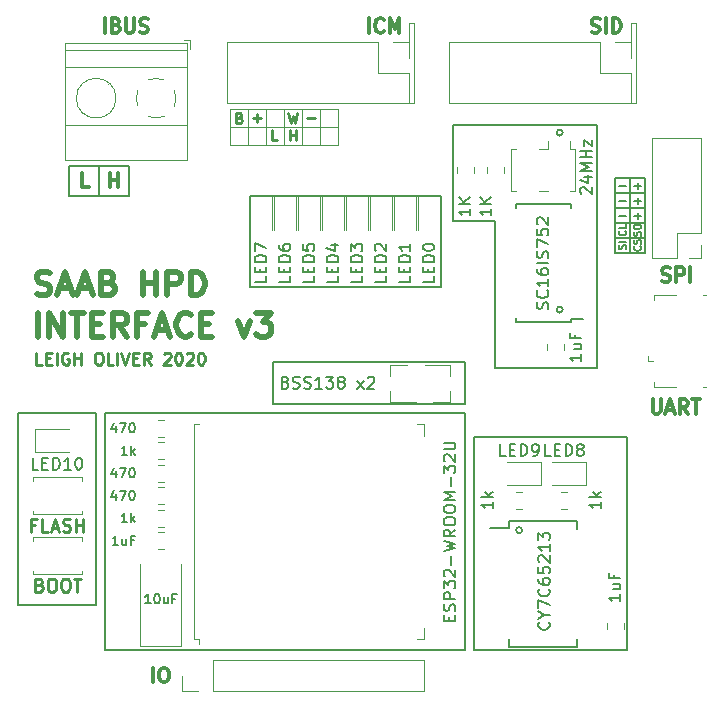
<source format=gbr>
G04 #@! TF.GenerationSoftware,KiCad,Pcbnew,5.1.5+dfsg1-2build2*
G04 #@! TF.CreationDate,2020-08-18T23:14:54+10:00*
G04 #@! TF.ProjectId,sid-board-v3,7369642d-626f-4617-9264-2d76332e6b69,rev?*
G04 #@! TF.SameCoordinates,Original*
G04 #@! TF.FileFunction,Legend,Top*
G04 #@! TF.FilePolarity,Positive*
%FSLAX46Y46*%
G04 Gerber Fmt 4.6, Leading zero omitted, Abs format (unit mm)*
G04 Created by KiCad (PCBNEW 5.1.5+dfsg1-2build2) date 2020-08-18 23:14:54*
%MOMM*%
%LPD*%
G04 APERTURE LIST*
%ADD10C,0.150000*%
%ADD11C,0.300000*%
%ADD12C,0.250000*%
%ADD13C,0.500000*%
%ADD14C,0.120000*%
%ADD15C,0.225000*%
%ADD16C,0.200000*%
%ADD17C,0.275000*%
G04 APERTURE END LIST*
D10*
X153162000Y-119380000D02*
X153162000Y-101346000D01*
X166116000Y-119380000D02*
X153162000Y-119380000D01*
X166116000Y-101346000D02*
X166116000Y-119380000D01*
X153162000Y-101346000D02*
X166116000Y-101346000D01*
X121158000Y-99314000D02*
X121158000Y-115570000D01*
X121920000Y-99314000D02*
X152400000Y-99314000D01*
X121920000Y-119380000D02*
X121920000Y-99314000D01*
X114554000Y-99314000D02*
X121158000Y-99314000D01*
X136144000Y-94996000D02*
X136398000Y-94996000D01*
X136144000Y-98552000D02*
X136144000Y-94996000D01*
X152400000Y-98552000D02*
X136144000Y-98552000D01*
X152400000Y-94996000D02*
X152400000Y-98552000D01*
X136398000Y-94996000D02*
X152400000Y-94996000D01*
X114554000Y-115570000D02*
X114554000Y-99314000D01*
X121158000Y-115570000D02*
X114554000Y-115570000D01*
X152400000Y-119380000D02*
X121920000Y-119380000D01*
X152400000Y-99314000D02*
X152400000Y-119380000D01*
X151384000Y-83058000D02*
X151384000Y-74930000D01*
X154940000Y-83058000D02*
X151384000Y-83058000D01*
X154940000Y-95504000D02*
X154940000Y-83058000D01*
X163576000Y-95504000D02*
X154940000Y-95504000D01*
X163576000Y-74930000D02*
X163576000Y-95504000D01*
X151384000Y-74930000D02*
X163576000Y-74930000D01*
X134168000Y-80944000D02*
X150368000Y-80944000D01*
X150368000Y-88646000D02*
X150368000Y-81026000D01*
X134168000Y-88646000D02*
X150368000Y-88646000D01*
X134168000Y-80944000D02*
X134168000Y-88646000D01*
D11*
X125990428Y-122081857D02*
X125990428Y-120881857D01*
X126790428Y-120881857D02*
X127019000Y-120881857D01*
X127133285Y-120939000D01*
X127247571Y-121053285D01*
X127304714Y-121281857D01*
X127304714Y-121681857D01*
X127247571Y-121910428D01*
X127133285Y-122024714D01*
X127019000Y-122081857D01*
X126790428Y-122081857D01*
X126676142Y-122024714D01*
X126561857Y-121910428D01*
X126504714Y-121681857D01*
X126504714Y-121281857D01*
X126561857Y-121053285D01*
X126676142Y-120939000D01*
X126790428Y-120881857D01*
D12*
X116573785Y-95194380D02*
X116097595Y-95194380D01*
X116097595Y-94194380D01*
X116907119Y-94670571D02*
X117240452Y-94670571D01*
X117383309Y-95194380D02*
X116907119Y-95194380D01*
X116907119Y-94194380D01*
X117383309Y-94194380D01*
X117811880Y-95194380D02*
X117811880Y-94194380D01*
X118811880Y-94242000D02*
X118716642Y-94194380D01*
X118573785Y-94194380D01*
X118430928Y-94242000D01*
X118335690Y-94337238D01*
X118288071Y-94432476D01*
X118240452Y-94622952D01*
X118240452Y-94765809D01*
X118288071Y-94956285D01*
X118335690Y-95051523D01*
X118430928Y-95146761D01*
X118573785Y-95194380D01*
X118669023Y-95194380D01*
X118811880Y-95146761D01*
X118859500Y-95099142D01*
X118859500Y-94765809D01*
X118669023Y-94765809D01*
X119288071Y-95194380D02*
X119288071Y-94194380D01*
X119288071Y-94670571D02*
X119859500Y-94670571D01*
X119859500Y-95194380D02*
X119859500Y-94194380D01*
X121288071Y-94194380D02*
X121478547Y-94194380D01*
X121573785Y-94242000D01*
X121669023Y-94337238D01*
X121716642Y-94527714D01*
X121716642Y-94861047D01*
X121669023Y-95051523D01*
X121573785Y-95146761D01*
X121478547Y-95194380D01*
X121288071Y-95194380D01*
X121192833Y-95146761D01*
X121097595Y-95051523D01*
X121049976Y-94861047D01*
X121049976Y-94527714D01*
X121097595Y-94337238D01*
X121192833Y-94242000D01*
X121288071Y-94194380D01*
X122621404Y-95194380D02*
X122145214Y-95194380D01*
X122145214Y-94194380D01*
X122954738Y-95194380D02*
X122954738Y-94194380D01*
X123288071Y-94194380D02*
X123621404Y-95194380D01*
X123954738Y-94194380D01*
X124288071Y-94670571D02*
X124621404Y-94670571D01*
X124764261Y-95194380D02*
X124288071Y-95194380D01*
X124288071Y-94194380D01*
X124764261Y-94194380D01*
X125764261Y-95194380D02*
X125430928Y-94718190D01*
X125192833Y-95194380D02*
X125192833Y-94194380D01*
X125573785Y-94194380D01*
X125669023Y-94242000D01*
X125716642Y-94289619D01*
X125764261Y-94384857D01*
X125764261Y-94527714D01*
X125716642Y-94622952D01*
X125669023Y-94670571D01*
X125573785Y-94718190D01*
X125192833Y-94718190D01*
X126907119Y-94289619D02*
X126954738Y-94242000D01*
X127049976Y-94194380D01*
X127288071Y-94194380D01*
X127383309Y-94242000D01*
X127430928Y-94289619D01*
X127478547Y-94384857D01*
X127478547Y-94480095D01*
X127430928Y-94622952D01*
X126859500Y-95194380D01*
X127478547Y-95194380D01*
X128097595Y-94194380D02*
X128192833Y-94194380D01*
X128288071Y-94242000D01*
X128335690Y-94289619D01*
X128383309Y-94384857D01*
X128430928Y-94575333D01*
X128430928Y-94813428D01*
X128383309Y-95003904D01*
X128335690Y-95099142D01*
X128288071Y-95146761D01*
X128192833Y-95194380D01*
X128097595Y-95194380D01*
X128002357Y-95146761D01*
X127954738Y-95099142D01*
X127907119Y-95003904D01*
X127859500Y-94813428D01*
X127859500Y-94575333D01*
X127907119Y-94384857D01*
X127954738Y-94289619D01*
X128002357Y-94242000D01*
X128097595Y-94194380D01*
X128811880Y-94289619D02*
X128859500Y-94242000D01*
X128954738Y-94194380D01*
X129192833Y-94194380D01*
X129288071Y-94242000D01*
X129335690Y-94289619D01*
X129383309Y-94384857D01*
X129383309Y-94480095D01*
X129335690Y-94622952D01*
X128764261Y-95194380D01*
X129383309Y-95194380D01*
X130002357Y-94194380D02*
X130097595Y-94194380D01*
X130192833Y-94242000D01*
X130240452Y-94289619D01*
X130288071Y-94384857D01*
X130335690Y-94575333D01*
X130335690Y-94813428D01*
X130288071Y-95003904D01*
X130240452Y-95099142D01*
X130192833Y-95146761D01*
X130097595Y-95194380D01*
X130002357Y-95194380D01*
X129907119Y-95146761D01*
X129859500Y-95099142D01*
X129811880Y-95003904D01*
X129764261Y-94813428D01*
X129764261Y-94575333D01*
X129811880Y-94384857D01*
X129859500Y-94289619D01*
X129907119Y-94242000D01*
X130002357Y-94194380D01*
D13*
X116148952Y-89229523D02*
X116434666Y-89324761D01*
X116910857Y-89324761D01*
X117101333Y-89229523D01*
X117196571Y-89134285D01*
X117291809Y-88943809D01*
X117291809Y-88753333D01*
X117196571Y-88562857D01*
X117101333Y-88467619D01*
X116910857Y-88372380D01*
X116529904Y-88277142D01*
X116339428Y-88181904D01*
X116244190Y-88086666D01*
X116148952Y-87896190D01*
X116148952Y-87705714D01*
X116244190Y-87515238D01*
X116339428Y-87420000D01*
X116529904Y-87324761D01*
X117006095Y-87324761D01*
X117291809Y-87420000D01*
X118053714Y-88753333D02*
X119006095Y-88753333D01*
X117863238Y-89324761D02*
X118529904Y-87324761D01*
X119196571Y-89324761D01*
X119768000Y-88753333D02*
X120720380Y-88753333D01*
X119577523Y-89324761D02*
X120244190Y-87324761D01*
X120910857Y-89324761D01*
X122244190Y-88277142D02*
X122529904Y-88372380D01*
X122625142Y-88467619D01*
X122720380Y-88658095D01*
X122720380Y-88943809D01*
X122625142Y-89134285D01*
X122529904Y-89229523D01*
X122339428Y-89324761D01*
X121577523Y-89324761D01*
X121577523Y-87324761D01*
X122244190Y-87324761D01*
X122434666Y-87420000D01*
X122529904Y-87515238D01*
X122625142Y-87705714D01*
X122625142Y-87896190D01*
X122529904Y-88086666D01*
X122434666Y-88181904D01*
X122244190Y-88277142D01*
X121577523Y-88277142D01*
X125101333Y-89324761D02*
X125101333Y-87324761D01*
X125101333Y-88277142D02*
X126244190Y-88277142D01*
X126244190Y-89324761D02*
X126244190Y-87324761D01*
X127196571Y-89324761D02*
X127196571Y-87324761D01*
X127958476Y-87324761D01*
X128148952Y-87420000D01*
X128244190Y-87515238D01*
X128339428Y-87705714D01*
X128339428Y-87991428D01*
X128244190Y-88181904D01*
X128148952Y-88277142D01*
X127958476Y-88372380D01*
X127196571Y-88372380D01*
X129196571Y-89324761D02*
X129196571Y-87324761D01*
X129672761Y-87324761D01*
X129958476Y-87420000D01*
X130148952Y-87610476D01*
X130244190Y-87800952D01*
X130339428Y-88181904D01*
X130339428Y-88467619D01*
X130244190Y-88848571D01*
X130148952Y-89039047D01*
X129958476Y-89229523D01*
X129672761Y-89324761D01*
X129196571Y-89324761D01*
X116244190Y-92824761D02*
X116244190Y-90824761D01*
X117196571Y-92824761D02*
X117196571Y-90824761D01*
X118339428Y-92824761D01*
X118339428Y-90824761D01*
X119006095Y-90824761D02*
X120148952Y-90824761D01*
X119577523Y-92824761D02*
X119577523Y-90824761D01*
X120815619Y-91777142D02*
X121482285Y-91777142D01*
X121768000Y-92824761D02*
X120815619Y-92824761D01*
X120815619Y-90824761D01*
X121768000Y-90824761D01*
X123768000Y-92824761D02*
X123101333Y-91872380D01*
X122625142Y-92824761D02*
X122625142Y-90824761D01*
X123387047Y-90824761D01*
X123577523Y-90920000D01*
X123672761Y-91015238D01*
X123768000Y-91205714D01*
X123768000Y-91491428D01*
X123672761Y-91681904D01*
X123577523Y-91777142D01*
X123387047Y-91872380D01*
X122625142Y-91872380D01*
X125291809Y-91777142D02*
X124625142Y-91777142D01*
X124625142Y-92824761D02*
X124625142Y-90824761D01*
X125577523Y-90824761D01*
X126244190Y-92253333D02*
X127196571Y-92253333D01*
X126053714Y-92824761D02*
X126720380Y-90824761D01*
X127387047Y-92824761D01*
X129196571Y-92634285D02*
X129101333Y-92729523D01*
X128815619Y-92824761D01*
X128625142Y-92824761D01*
X128339428Y-92729523D01*
X128148952Y-92539047D01*
X128053714Y-92348571D01*
X127958476Y-91967619D01*
X127958476Y-91681904D01*
X128053714Y-91300952D01*
X128148952Y-91110476D01*
X128339428Y-90920000D01*
X128625142Y-90824761D01*
X128815619Y-90824761D01*
X129101333Y-90920000D01*
X129196571Y-91015238D01*
X130053714Y-91777142D02*
X130720380Y-91777142D01*
X131006095Y-92824761D02*
X130053714Y-92824761D01*
X130053714Y-90824761D01*
X131006095Y-90824761D01*
X133196571Y-91491428D02*
X133672761Y-92824761D01*
X134148952Y-91491428D01*
X134720380Y-90824761D02*
X135958476Y-90824761D01*
X135291809Y-91586666D01*
X135577523Y-91586666D01*
X135768000Y-91681904D01*
X135863238Y-91777142D01*
X135958476Y-91967619D01*
X135958476Y-92443809D01*
X135863238Y-92634285D01*
X135768000Y-92729523D01*
X135577523Y-92824761D01*
X135006095Y-92824761D01*
X134815619Y-92729523D01*
X134720380Y-92634285D01*
D11*
X122339142Y-80171857D02*
X122339142Y-78971857D01*
X122339142Y-79543285D02*
X123024857Y-79543285D01*
X123024857Y-80171857D02*
X123024857Y-78971857D01*
X120513428Y-80171857D02*
X119942000Y-80171857D01*
X119942000Y-78971857D01*
D10*
X123952000Y-80899000D02*
X121412000Y-80899000D01*
X123952000Y-78359000D02*
X123952000Y-80899000D01*
X121412000Y-78359000D02*
X123952000Y-78359000D01*
X121412000Y-78359000D02*
X118872000Y-78359000D01*
X121412000Y-80899000D02*
X121412000Y-78359000D01*
X118872000Y-80899000D02*
X121412000Y-80899000D01*
X118872000Y-78359000D02*
X118872000Y-80899000D01*
X167219285Y-85190000D02*
X167247857Y-85218571D01*
X167276428Y-85304285D01*
X167276428Y-85361428D01*
X167247857Y-85447142D01*
X167190714Y-85504285D01*
X167133571Y-85532857D01*
X167019285Y-85561428D01*
X166933571Y-85561428D01*
X166819285Y-85532857D01*
X166762142Y-85504285D01*
X166705000Y-85447142D01*
X166676428Y-85361428D01*
X166676428Y-85304285D01*
X166705000Y-85218571D01*
X166733571Y-85190000D01*
X167247857Y-84961428D02*
X167276428Y-84875714D01*
X167276428Y-84732857D01*
X167247857Y-84675714D01*
X167219285Y-84647142D01*
X167162142Y-84618571D01*
X167105000Y-84618571D01*
X167047857Y-84647142D01*
X167019285Y-84675714D01*
X166990714Y-84732857D01*
X166962142Y-84847142D01*
X166933571Y-84904285D01*
X166905000Y-84932857D01*
X166847857Y-84961428D01*
X166790714Y-84961428D01*
X166733571Y-84932857D01*
X166705000Y-84904285D01*
X166676428Y-84847142D01*
X166676428Y-84704285D01*
X166705000Y-84618571D01*
X165977857Y-85404285D02*
X166006428Y-85318571D01*
X166006428Y-85175714D01*
X165977857Y-85118571D01*
X165949285Y-85090000D01*
X165892142Y-85061428D01*
X165835000Y-85061428D01*
X165777857Y-85090000D01*
X165749285Y-85118571D01*
X165720714Y-85175714D01*
X165692142Y-85290000D01*
X165663571Y-85347142D01*
X165635000Y-85375714D01*
X165577857Y-85404285D01*
X165520714Y-85404285D01*
X165463571Y-85375714D01*
X165435000Y-85347142D01*
X165406428Y-85290000D01*
X165406428Y-85147142D01*
X165435000Y-85061428D01*
X166006428Y-84804285D02*
X165406428Y-84804285D01*
X165949285Y-83877142D02*
X165977857Y-83905714D01*
X166006428Y-83991428D01*
X166006428Y-84048571D01*
X165977857Y-84134285D01*
X165920714Y-84191428D01*
X165863571Y-84220000D01*
X165749285Y-84248571D01*
X165663571Y-84248571D01*
X165549285Y-84220000D01*
X165492142Y-84191428D01*
X165435000Y-84134285D01*
X165406428Y-84048571D01*
X165406428Y-83991428D01*
X165435000Y-83905714D01*
X165463571Y-83877142D01*
X166006428Y-83334285D02*
X166006428Y-83620000D01*
X165406428Y-83620000D01*
X167247857Y-84277142D02*
X167276428Y-84191428D01*
X167276428Y-84048571D01*
X167247857Y-83991428D01*
X167219285Y-83962857D01*
X167162142Y-83934285D01*
X167105000Y-83934285D01*
X167047857Y-83962857D01*
X167019285Y-83991428D01*
X166990714Y-84048571D01*
X166962142Y-84162857D01*
X166933571Y-84220000D01*
X166905000Y-84248571D01*
X166847857Y-84277142D01*
X166790714Y-84277142D01*
X166733571Y-84248571D01*
X166705000Y-84220000D01*
X166676428Y-84162857D01*
X166676428Y-84020000D01*
X166705000Y-83934285D01*
X166676428Y-83562857D02*
X166676428Y-83505714D01*
X166705000Y-83448571D01*
X166733571Y-83420000D01*
X166790714Y-83391428D01*
X166905000Y-83362857D01*
X167047857Y-83362857D01*
X167162142Y-83391428D01*
X167219285Y-83420000D01*
X167247857Y-83448571D01*
X167276428Y-83505714D01*
X167276428Y-83562857D01*
X167247857Y-83620000D01*
X167219285Y-83648571D01*
X167162142Y-83677142D01*
X167047857Y-83705714D01*
X166905000Y-83705714D01*
X166790714Y-83677142D01*
X166733571Y-83648571D01*
X166705000Y-83620000D01*
X166676428Y-83562857D01*
X166738333Y-80060000D02*
X167271666Y-80060000D01*
X167005000Y-80326666D02*
X167005000Y-79793333D01*
X166738333Y-81330000D02*
X167271666Y-81330000D01*
X167005000Y-81596666D02*
X167005000Y-81063333D01*
X166738333Y-82600000D02*
X167271666Y-82600000D01*
X167005000Y-82866666D02*
X167005000Y-82333333D01*
X165468333Y-82600000D02*
X166001666Y-82600000D01*
X165468333Y-81330000D02*
X166001666Y-81330000D01*
X165468333Y-80060000D02*
X166001666Y-80060000D01*
X165100000Y-79375000D02*
X166370000Y-79375000D01*
X165100000Y-80645000D02*
X165100000Y-79375000D01*
X167640000Y-79375000D02*
X167640000Y-80645000D01*
X166370000Y-79375000D02*
X167640000Y-79375000D01*
X166370000Y-80645000D02*
X166370000Y-79375000D01*
X167640000Y-80645000D02*
X166370000Y-80645000D01*
X167640000Y-81915000D02*
X167640000Y-80645000D01*
X166370000Y-80645000D02*
X166370000Y-81915000D01*
X165100000Y-80645000D02*
X166370000Y-80645000D01*
X165100000Y-81915000D02*
X165100000Y-80645000D01*
X167640000Y-81915000D02*
X166370000Y-81915000D01*
X167640000Y-83185000D02*
X167640000Y-81915000D01*
X166370000Y-81915000D02*
X166370000Y-83185000D01*
X165100000Y-81915000D02*
X166370000Y-81915000D01*
X165100000Y-83185000D02*
X165100000Y-81915000D01*
X167640000Y-83185000D02*
X166370000Y-83185000D01*
X167640000Y-84455000D02*
X167640000Y-83185000D01*
X166370000Y-83185000D02*
X166370000Y-84455000D01*
X165100000Y-83185000D02*
X166370000Y-83185000D01*
X165100000Y-84455000D02*
X165100000Y-83185000D01*
X167640000Y-84455000D02*
X167640000Y-85725000D01*
X166370000Y-84455000D02*
X167640000Y-84455000D01*
X166370000Y-84455000D02*
X166370000Y-85725000D01*
X165100000Y-84455000D02*
X166370000Y-84455000D01*
X165100000Y-85725000D02*
X165100000Y-84455000D01*
X167640000Y-85725000D02*
X165100000Y-85725000D01*
D11*
X163109428Y-67033714D02*
X163280857Y-67090857D01*
X163566571Y-67090857D01*
X163680857Y-67033714D01*
X163738000Y-66976571D01*
X163795142Y-66862285D01*
X163795142Y-66748000D01*
X163738000Y-66633714D01*
X163680857Y-66576571D01*
X163566571Y-66519428D01*
X163338000Y-66462285D01*
X163223714Y-66405142D01*
X163166571Y-66348000D01*
X163109428Y-66233714D01*
X163109428Y-66119428D01*
X163166571Y-66005142D01*
X163223714Y-65948000D01*
X163338000Y-65890857D01*
X163623714Y-65890857D01*
X163795142Y-65948000D01*
X164309428Y-67090857D02*
X164309428Y-65890857D01*
X164880857Y-67090857D02*
X164880857Y-65890857D01*
X165166571Y-65890857D01*
X165338000Y-65948000D01*
X165452285Y-66062285D01*
X165509428Y-66176571D01*
X165566571Y-66405142D01*
X165566571Y-66576571D01*
X165509428Y-66805142D01*
X165452285Y-66919428D01*
X165338000Y-67033714D01*
X165166571Y-67090857D01*
X164880857Y-67090857D01*
X144256285Y-67090857D02*
X144256285Y-65890857D01*
X145513428Y-66976571D02*
X145456285Y-67033714D01*
X145284857Y-67090857D01*
X145170571Y-67090857D01*
X144999142Y-67033714D01*
X144884857Y-66919428D01*
X144827714Y-66805142D01*
X144770571Y-66576571D01*
X144770571Y-66405142D01*
X144827714Y-66176571D01*
X144884857Y-66062285D01*
X144999142Y-65948000D01*
X145170571Y-65890857D01*
X145284857Y-65890857D01*
X145456285Y-65948000D01*
X145513428Y-66005142D01*
X146027714Y-67090857D02*
X146027714Y-65890857D01*
X146427714Y-66748000D01*
X146827714Y-65890857D01*
X146827714Y-67090857D01*
X121898000Y-67090857D02*
X121898000Y-65890857D01*
X122869428Y-66462285D02*
X123040857Y-66519428D01*
X123098000Y-66576571D01*
X123155142Y-66690857D01*
X123155142Y-66862285D01*
X123098000Y-66976571D01*
X123040857Y-67033714D01*
X122926571Y-67090857D01*
X122469428Y-67090857D01*
X122469428Y-65890857D01*
X122869428Y-65890857D01*
X122983714Y-65948000D01*
X123040857Y-66005142D01*
X123098000Y-66119428D01*
X123098000Y-66233714D01*
X123040857Y-66348000D01*
X122983714Y-66405142D01*
X122869428Y-66462285D01*
X122469428Y-66462285D01*
X123669428Y-65890857D02*
X123669428Y-66862285D01*
X123726571Y-66976571D01*
X123783714Y-67033714D01*
X123898000Y-67090857D01*
X124126571Y-67090857D01*
X124240857Y-67033714D01*
X124298000Y-66976571D01*
X124355142Y-66862285D01*
X124355142Y-65890857D01*
X124869428Y-67033714D02*
X125040857Y-67090857D01*
X125326571Y-67090857D01*
X125440857Y-67033714D01*
X125498000Y-66976571D01*
X125555142Y-66862285D01*
X125555142Y-66748000D01*
X125498000Y-66633714D01*
X125440857Y-66576571D01*
X125326571Y-66519428D01*
X125098000Y-66462285D01*
X124983714Y-66405142D01*
X124926571Y-66348000D01*
X124869428Y-66233714D01*
X124869428Y-66119428D01*
X124926571Y-66005142D01*
X124983714Y-65948000D01*
X125098000Y-65890857D01*
X125383714Y-65890857D01*
X125555142Y-65948000D01*
D10*
X157226000Y-109220000D02*
G75*
G03X157226000Y-109220000I-254000J0D01*
G01*
X160655000Y-75565000D02*
G75*
G03X160655000Y-75565000I-254000J0D01*
G01*
X160655000Y-90551000D02*
G75*
G03X160655000Y-90551000I-254000J0D01*
G01*
D14*
X140081000Y-75057000D02*
X141605000Y-75057000D01*
X141605000Y-76581000D02*
X140081000Y-76581000D01*
X141605000Y-75057000D02*
X141605000Y-76581000D01*
X141605000Y-73533000D02*
X141605000Y-75057000D01*
X140081000Y-73533000D02*
X141605000Y-73533000D01*
X140081000Y-76581000D02*
X140081000Y-75057000D01*
X138557000Y-76581000D02*
X140081000Y-76581000D01*
X140081000Y-75057000D02*
X138557000Y-75057000D01*
X140081000Y-73533000D02*
X140081000Y-75057000D01*
X138557000Y-73533000D02*
X140081000Y-73533000D01*
X138557000Y-73533000D02*
X138557000Y-75057000D01*
X137033000Y-73533000D02*
X138557000Y-73533000D01*
X137033000Y-73533000D02*
X137033000Y-75057000D01*
X135509000Y-73533000D02*
X137033000Y-73533000D01*
X135509000Y-73533000D02*
X133985000Y-73533000D01*
X135509000Y-75057000D02*
X135509000Y-73533000D01*
X133985000Y-73533000D02*
X133985000Y-75057000D01*
X132461000Y-73533000D02*
X133985000Y-73533000D01*
X133985000Y-75057000D02*
X132461000Y-75057000D01*
X133985000Y-75057000D02*
X133985000Y-76581000D01*
X135509000Y-75057000D02*
X133985000Y-75057000D01*
X135509000Y-75057000D02*
X135509000Y-76581000D01*
X137033000Y-75057000D02*
X135509000Y-75057000D01*
X137033000Y-75057000D02*
X137033000Y-76581000D01*
X138557000Y-75057000D02*
X137033000Y-75057000D01*
X138557000Y-76581000D02*
X138557000Y-75057000D01*
X137033000Y-76581000D02*
X138557000Y-76581000D01*
X135509000Y-76581000D02*
X137033000Y-76581000D01*
X133985000Y-76581000D02*
X135509000Y-76581000D01*
X132461000Y-76581000D02*
X133985000Y-76581000D01*
X132461000Y-73533000D02*
X132461000Y-76581000D01*
X148082000Y-73088500D02*
X148082000Y-72771000D01*
X147634000Y-73088500D02*
X148082000Y-73088500D01*
X148082000Y-66294000D02*
X148082000Y-72771000D01*
X147634000Y-66294000D02*
X148082000Y-66294000D01*
X147634000Y-67885000D02*
X147634000Y-66294000D01*
X147634000Y-67885000D02*
X147634000Y-69215000D01*
X146304000Y-67885000D02*
X147634000Y-67885000D01*
X147634000Y-70485000D02*
X147634000Y-73085000D01*
X145034000Y-70485000D02*
X147634000Y-70485000D01*
X145034000Y-67885000D02*
X145034000Y-70485000D01*
X147634000Y-73085000D02*
X132274000Y-73085000D01*
X145034000Y-67885000D02*
X132274000Y-67885000D01*
X132274000Y-67885000D02*
X132274000Y-73085000D01*
X172383000Y-86150000D02*
X171323000Y-86150000D01*
X172383000Y-85090000D02*
X172383000Y-86150000D01*
X170323000Y-86150000D02*
X168263000Y-86150000D01*
X170323000Y-84090000D02*
X170323000Y-86150000D01*
X172383000Y-84090000D02*
X170323000Y-84090000D01*
X168263000Y-86150000D02*
X168263000Y-76030000D01*
X172383000Y-84090000D02*
X172383000Y-76030000D01*
X172383000Y-76030000D02*
X168263000Y-76030000D01*
X151066500Y-73088500D02*
X158686500Y-73088500D01*
X166878000Y-73088500D02*
X166878000Y-72771000D01*
X166430000Y-73088500D02*
X166878000Y-73088500D01*
X166878000Y-66294000D02*
X166878000Y-72771000D01*
X166430000Y-66294000D02*
X166878000Y-66294000D01*
X166430000Y-67885000D02*
X166430000Y-66294000D01*
X166430000Y-67885000D02*
X166430000Y-69215000D01*
X165100000Y-67885000D02*
X166430000Y-67885000D01*
X166430000Y-70485000D02*
X166430000Y-73085000D01*
X163830000Y-70485000D02*
X166430000Y-70485000D01*
X163830000Y-67885000D02*
X163830000Y-70485000D01*
X166430000Y-73085000D02*
X151070000Y-73085000D01*
X163830000Y-67885000D02*
X151070000Y-67885000D01*
X151070000Y-67885000D02*
X151070000Y-73085000D01*
X126880252Y-103684000D02*
X126357748Y-103684000D01*
X126880252Y-105104000D02*
X126357748Y-105104000D01*
X154230000Y-79001252D02*
X154230000Y-78478748D01*
X155650000Y-79001252D02*
X155650000Y-78478748D01*
X126357748Y-101294000D02*
X126880252Y-101294000D01*
X126357748Y-99874000D02*
X126880252Y-99874000D01*
X148392000Y-80944000D02*
X148392000Y-83804000D01*
X150312000Y-80944000D02*
X148392000Y-80944000D01*
X150312000Y-83804000D02*
X150312000Y-80944000D01*
X118856000Y-100640000D02*
X115996000Y-100640000D01*
X115996000Y-100640000D02*
X115996000Y-102560000D01*
X115996000Y-102560000D02*
X118856000Y-102560000D01*
X134168000Y-80944000D02*
X134168000Y-83804000D01*
X136088000Y-80944000D02*
X134168000Y-80944000D01*
X136088000Y-83804000D02*
X136088000Y-80944000D01*
X167867500Y-94918000D02*
X168317500Y-94918000D01*
X167867500Y-94918000D02*
X167867500Y-94468000D01*
X168417500Y-89318000D02*
X168417500Y-89768000D01*
X170267500Y-89318000D02*
X168417500Y-89318000D01*
X172817500Y-97118000D02*
X172567500Y-97118000D01*
X172817500Y-89318000D02*
X172567500Y-89318000D01*
X170267500Y-97118000D02*
X168417500Y-97118000D01*
X168417500Y-97118000D02*
X168417500Y-96668000D01*
X138120000Y-83804000D02*
X138120000Y-80944000D01*
X138120000Y-80944000D02*
X136200000Y-80944000D01*
X136200000Y-80944000D02*
X136200000Y-83804000D01*
X129078000Y-67744000D02*
X128578000Y-67744000D01*
X129078000Y-68484000D02*
X129078000Y-67744000D01*
X122385000Y-71621000D02*
X122432000Y-71575000D01*
X120088000Y-73919000D02*
X120123000Y-73883000D01*
X122192000Y-71405000D02*
X122227000Y-71370000D01*
X119883000Y-73713000D02*
X119930000Y-73667000D01*
X118558000Y-77905000D02*
X118558000Y-67984000D01*
X128838000Y-77905000D02*
X128838000Y-67984000D01*
X128838000Y-67984000D02*
X118558000Y-67984000D01*
X128838000Y-77905000D02*
X118558000Y-77905000D01*
X128838000Y-74945000D02*
X118558000Y-74945000D01*
X128838000Y-70044000D02*
X118558000Y-70044000D01*
X128838000Y-68544000D02*
X118558000Y-68544000D01*
X122838000Y-72644000D02*
G75*
G03X122838000Y-72644000I-1680000J0D01*
G01*
X126209195Y-70963747D02*
G75*
G02X126922000Y-71109000I28805J-1680253D01*
G01*
X127773426Y-71960958D02*
G75*
G02X127773000Y-73328000I-1535426J-683042D01*
G01*
X126921042Y-74179426D02*
G75*
G02X125554000Y-74179000I-683042J1535426D01*
G01*
X124702574Y-73327042D02*
G75*
G02X124703000Y-71960000I1535426J683042D01*
G01*
X125554682Y-71109244D02*
G75*
G02X126238000Y-70964000I683318J-1534756D01*
G01*
X151128000Y-98354000D02*
X149668000Y-98354000D01*
X151128000Y-95194000D02*
X148968000Y-95194000D01*
X151128000Y-95194000D02*
X151128000Y-96124000D01*
X151128000Y-98354000D02*
X151128000Y-97424000D01*
X146052000Y-95194000D02*
X146052000Y-96124000D01*
X146052000Y-98354000D02*
X146052000Y-97424000D01*
X146052000Y-98354000D02*
X148212000Y-98354000D01*
X146052000Y-95194000D02*
X147512000Y-95194000D01*
X126880252Y-108914000D02*
X126357748Y-108914000D01*
X126880252Y-107494000D02*
X126357748Y-107494000D01*
X158832000Y-103434000D02*
X155972000Y-103434000D01*
X158832000Y-105354000D02*
X158832000Y-103434000D01*
X155972000Y-105354000D02*
X158832000Y-105354000D01*
X156710748Y-105970000D02*
X157233252Y-105970000D01*
X156710748Y-107390000D02*
X157233252Y-107390000D01*
X126880252Y-103199000D02*
X126357748Y-103199000D01*
X126880252Y-101779000D02*
X126357748Y-101779000D01*
X129892000Y-118467000D02*
X129892000Y-118847000D01*
X129472000Y-118467000D02*
X129892000Y-118467000D01*
X129472000Y-100227000D02*
X129892000Y-100227000D01*
X129472000Y-118467000D02*
X129472000Y-100227000D01*
X148912000Y-100227000D02*
X148912000Y-101227000D01*
X148292000Y-100227000D02*
X148912000Y-100227000D01*
X148912000Y-118467000D02*
X148912000Y-117467000D01*
X148292000Y-118467000D02*
X148912000Y-118467000D01*
X159782000Y-105354000D02*
X162642000Y-105354000D01*
X162642000Y-105354000D02*
X162642000Y-103434000D01*
X162642000Y-103434000D02*
X159782000Y-103434000D01*
X160730000Y-93987252D02*
X160730000Y-93464748D01*
X159310000Y-93987252D02*
X159310000Y-93464748D01*
X164390000Y-117609252D02*
X164390000Y-117086748D01*
X165810000Y-117609252D02*
X165810000Y-117086748D01*
X115786000Y-107869000D02*
X115786000Y-107569000D01*
X119926000Y-104729000D02*
X119926000Y-105029000D01*
X119926000Y-107569000D02*
X119926000Y-107869000D01*
X115786000Y-104729000D02*
X119926000Y-104729000D01*
X115786000Y-105029000D02*
X115786000Y-104729000D01*
X119926000Y-107869000D02*
X115786000Y-107869000D01*
X126880252Y-105589000D02*
X126357748Y-105589000D01*
X126880252Y-107009000D02*
X126357748Y-107009000D01*
X151690000Y-79010252D02*
X151690000Y-78487748D01*
X153110000Y-79010252D02*
X153110000Y-78487748D01*
X160520748Y-107390000D02*
X161043252Y-107390000D01*
X160520748Y-105970000D02*
X161043252Y-105970000D01*
X126357748Y-110819000D02*
X126880252Y-110819000D01*
X126357748Y-109399000D02*
X126880252Y-109399000D01*
D10*
X161329000Y-91364000D02*
X162404000Y-91364000D01*
X161329000Y-81639000D02*
X156679000Y-81639000D01*
X161329000Y-91589000D02*
X156679000Y-91589000D01*
X161329000Y-81639000D02*
X161329000Y-81964000D01*
X156679000Y-81639000D02*
X156679000Y-81964000D01*
X156679000Y-91589000D02*
X156679000Y-91264000D01*
X161329000Y-91589000D02*
X161329000Y-91364000D01*
D14*
X128329000Y-118997000D02*
X128329000Y-112062000D01*
X124909000Y-118997000D02*
X128329000Y-118997000D01*
X124909000Y-112062000D02*
X124909000Y-118997000D01*
X119926000Y-112949000D02*
X115786000Y-112949000D01*
X115786000Y-110109000D02*
X115786000Y-109809000D01*
X115786000Y-109809000D02*
X119926000Y-109809000D01*
X119926000Y-112649000D02*
X119926000Y-112949000D01*
X119926000Y-109809000D02*
X119926000Y-110109000D01*
X115786000Y-112949000D02*
X115786000Y-112649000D01*
D10*
X156129000Y-109042000D02*
X154529000Y-109042000D01*
X156129000Y-119117000D02*
X161879000Y-119117000D01*
X156129000Y-108467000D02*
X161879000Y-108467000D01*
X156129000Y-119117000D02*
X156129000Y-118467000D01*
X161879000Y-119117000D02*
X161879000Y-118467000D01*
X161879000Y-108467000D02*
X161879000Y-109117000D01*
X156129000Y-108467000D02*
X156129000Y-109042000D01*
D14*
X138232000Y-80944000D02*
X138232000Y-83804000D01*
X140152000Y-80944000D02*
X138232000Y-80944000D01*
X140152000Y-83804000D02*
X140152000Y-80944000D01*
X142184000Y-83804000D02*
X142184000Y-80944000D01*
X142184000Y-80944000D02*
X140264000Y-80944000D01*
X140264000Y-80944000D02*
X140264000Y-83804000D01*
X144216000Y-83804000D02*
X144216000Y-80944000D01*
X144216000Y-80944000D02*
X142296000Y-80944000D01*
X142296000Y-80944000D02*
X142296000Y-83804000D01*
X144328000Y-80944000D02*
X144328000Y-83804000D01*
X146248000Y-80944000D02*
X144328000Y-80944000D01*
X146248000Y-83804000D02*
X146248000Y-80944000D01*
X146360000Y-80944000D02*
X146360000Y-83804000D01*
X148280000Y-80944000D02*
X146360000Y-80944000D01*
X148280000Y-83804000D02*
X148280000Y-80944000D01*
X156694000Y-80540000D02*
X156304000Y-80540000D01*
X156304000Y-80540000D02*
X156304000Y-76940000D01*
X156304000Y-76940000D02*
X156694000Y-76940000D01*
X159374000Y-80540000D02*
X158634000Y-80540000D01*
X161314000Y-76240000D02*
X161314000Y-76940000D01*
X161314000Y-76940000D02*
X161704000Y-76940000D01*
X161704000Y-76940000D02*
X161704000Y-80540000D01*
X161704000Y-80540000D02*
X161314000Y-80540000D01*
X158634000Y-76940000D02*
X159374000Y-76940000D01*
X159374000Y-76940000D02*
X159374000Y-76240000D01*
X148904000Y-122869000D02*
X148904000Y-120209000D01*
X131064000Y-122869000D02*
X148904000Y-122869000D01*
X131064000Y-120209000D02*
X148904000Y-120209000D01*
X131064000Y-122869000D02*
X131064000Y-120209000D01*
X129794000Y-122869000D02*
X128464000Y-122869000D01*
X128464000Y-122869000D02*
X128464000Y-121539000D01*
D15*
X136486071Y-76226142D02*
X136057500Y-76226142D01*
X136057500Y-75326142D01*
X137537857Y-76226142D02*
X137537857Y-75326142D01*
X137537857Y-75754714D02*
X138052142Y-75754714D01*
X138052142Y-76226142D02*
X138052142Y-75326142D01*
X138976142Y-74295785D02*
X139661857Y-74295785D01*
X137409285Y-73865642D02*
X137623571Y-74765642D01*
X137795000Y-74122785D01*
X137966428Y-74765642D01*
X138180714Y-73865642D01*
X134404142Y-74295785D02*
X135089857Y-74295785D01*
X134747000Y-74638642D02*
X134747000Y-73952928D01*
X133287285Y-74294214D02*
X133415857Y-74337071D01*
X133458714Y-74379928D01*
X133501571Y-74465642D01*
X133501571Y-74594214D01*
X133458714Y-74679928D01*
X133415857Y-74722785D01*
X133330142Y-74765642D01*
X132987285Y-74765642D01*
X132987285Y-73865642D01*
X133287285Y-73865642D01*
X133373000Y-73908500D01*
X133415857Y-73951357D01*
X133458714Y-74037071D01*
X133458714Y-74122785D01*
X133415857Y-74208500D01*
X133373000Y-74251357D01*
X133287285Y-74294214D01*
X132987285Y-74294214D01*
D11*
X169078428Y-88115714D02*
X169249857Y-88172857D01*
X169535571Y-88172857D01*
X169649857Y-88115714D01*
X169707000Y-88058571D01*
X169764142Y-87944285D01*
X169764142Y-87830000D01*
X169707000Y-87715714D01*
X169649857Y-87658571D01*
X169535571Y-87601428D01*
X169307000Y-87544285D01*
X169192714Y-87487142D01*
X169135571Y-87430000D01*
X169078428Y-87315714D01*
X169078428Y-87201428D01*
X169135571Y-87087142D01*
X169192714Y-87030000D01*
X169307000Y-86972857D01*
X169592714Y-86972857D01*
X169764142Y-87030000D01*
X170278428Y-88172857D02*
X170278428Y-86972857D01*
X170735571Y-86972857D01*
X170849857Y-87030000D01*
X170907000Y-87087142D01*
X170964142Y-87201428D01*
X170964142Y-87372857D01*
X170907000Y-87487142D01*
X170849857Y-87544285D01*
X170735571Y-87601428D01*
X170278428Y-87601428D01*
X171478428Y-88172857D02*
X171478428Y-86972857D01*
D16*
X122831619Y-104222571D02*
X122831619Y-104755904D01*
X122641142Y-103917809D02*
X122450666Y-104489238D01*
X122945904Y-104489238D01*
X123174476Y-103955904D02*
X123707809Y-103955904D01*
X123364952Y-104755904D01*
X124164952Y-103955904D02*
X124241142Y-103955904D01*
X124317333Y-103994000D01*
X124355428Y-104032095D01*
X124393523Y-104108285D01*
X124431619Y-104260666D01*
X124431619Y-104451142D01*
X124393523Y-104603523D01*
X124355428Y-104679714D01*
X124317333Y-104717809D01*
X124241142Y-104755904D01*
X124164952Y-104755904D01*
X124088761Y-104717809D01*
X124050666Y-104679714D01*
X124012571Y-104603523D01*
X123974476Y-104451142D01*
X123974476Y-104260666D01*
X124012571Y-104108285D01*
X124050666Y-104032095D01*
X124088761Y-103994000D01*
X124164952Y-103955904D01*
X154630380Y-82002285D02*
X154630380Y-82573714D01*
X154630380Y-82288000D02*
X153630380Y-82288000D01*
X153773238Y-82383238D01*
X153868476Y-82478476D01*
X153916095Y-82573714D01*
X154630380Y-81573714D02*
X153630380Y-81573714D01*
X154630380Y-81002285D02*
X154058952Y-81430857D01*
X153630380Y-81002285D02*
X154201809Y-81573714D01*
X122831619Y-100412571D02*
X122831619Y-100945904D01*
X122641142Y-100107809D02*
X122450666Y-100679238D01*
X122945904Y-100679238D01*
X123174476Y-100145904D02*
X123707809Y-100145904D01*
X123364952Y-100945904D01*
X124164952Y-100145904D02*
X124241142Y-100145904D01*
X124317333Y-100184000D01*
X124355428Y-100222095D01*
X124393523Y-100298285D01*
X124431619Y-100450666D01*
X124431619Y-100641142D01*
X124393523Y-100793523D01*
X124355428Y-100869714D01*
X124317333Y-100907809D01*
X124241142Y-100945904D01*
X124164952Y-100945904D01*
X124088761Y-100907809D01*
X124050666Y-100869714D01*
X124012571Y-100793523D01*
X123974476Y-100641142D01*
X123974476Y-100450666D01*
X124012571Y-100298285D01*
X124050666Y-100222095D01*
X124088761Y-100184000D01*
X124164952Y-100145904D01*
X149804380Y-87733047D02*
X149804380Y-88209238D01*
X148804380Y-88209238D01*
X149280571Y-87399714D02*
X149280571Y-87066380D01*
X149804380Y-86923523D02*
X149804380Y-87399714D01*
X148804380Y-87399714D01*
X148804380Y-86923523D01*
X149804380Y-86494952D02*
X148804380Y-86494952D01*
X148804380Y-86256857D01*
X148852000Y-86114000D01*
X148947238Y-86018761D01*
X149042476Y-85971142D01*
X149232952Y-85923523D01*
X149375809Y-85923523D01*
X149566285Y-85971142D01*
X149661523Y-86018761D01*
X149756761Y-86114000D01*
X149804380Y-86256857D01*
X149804380Y-86494952D01*
X148804380Y-85304476D02*
X148804380Y-85209238D01*
X148852000Y-85114000D01*
X148899619Y-85066380D01*
X148994857Y-85018761D01*
X149185333Y-84971142D01*
X149423428Y-84971142D01*
X149613904Y-85018761D01*
X149709142Y-85066380D01*
X149756761Y-85114000D01*
X149804380Y-85209238D01*
X149804380Y-85304476D01*
X149756761Y-85399714D01*
X149709142Y-85447333D01*
X149613904Y-85494952D01*
X149423428Y-85542571D01*
X149185333Y-85542571D01*
X148994857Y-85494952D01*
X148899619Y-85447333D01*
X148852000Y-85399714D01*
X148804380Y-85304476D01*
X116260761Y-104084380D02*
X115784571Y-104084380D01*
X115784571Y-103084380D01*
X116594095Y-103560571D02*
X116927428Y-103560571D01*
X117070285Y-104084380D02*
X116594095Y-104084380D01*
X116594095Y-103084380D01*
X117070285Y-103084380D01*
X117498857Y-104084380D02*
X117498857Y-103084380D01*
X117736952Y-103084380D01*
X117879809Y-103132000D01*
X117975047Y-103227238D01*
X118022666Y-103322476D01*
X118070285Y-103512952D01*
X118070285Y-103655809D01*
X118022666Y-103846285D01*
X117975047Y-103941523D01*
X117879809Y-104036761D01*
X117736952Y-104084380D01*
X117498857Y-104084380D01*
X119022666Y-104084380D02*
X118451238Y-104084380D01*
X118736952Y-104084380D02*
X118736952Y-103084380D01*
X118641714Y-103227238D01*
X118546476Y-103322476D01*
X118451238Y-103370095D01*
X119641714Y-103084380D02*
X119736952Y-103084380D01*
X119832190Y-103132000D01*
X119879809Y-103179619D01*
X119927428Y-103274857D01*
X119975047Y-103465333D01*
X119975047Y-103703428D01*
X119927428Y-103893904D01*
X119879809Y-103989142D01*
X119832190Y-104036761D01*
X119736952Y-104084380D01*
X119641714Y-104084380D01*
X119546476Y-104036761D01*
X119498857Y-103989142D01*
X119451238Y-103893904D01*
X119403619Y-103703428D01*
X119403619Y-103465333D01*
X119451238Y-103274857D01*
X119498857Y-103179619D01*
X119546476Y-103132000D01*
X119641714Y-103084380D01*
X135580380Y-87733047D02*
X135580380Y-88209238D01*
X134580380Y-88209238D01*
X135056571Y-87399714D02*
X135056571Y-87066380D01*
X135580380Y-86923523D02*
X135580380Y-87399714D01*
X134580380Y-87399714D01*
X134580380Y-86923523D01*
X135580380Y-86494952D02*
X134580380Y-86494952D01*
X134580380Y-86256857D01*
X134628000Y-86114000D01*
X134723238Y-86018761D01*
X134818476Y-85971142D01*
X135008952Y-85923523D01*
X135151809Y-85923523D01*
X135342285Y-85971142D01*
X135437523Y-86018761D01*
X135532761Y-86114000D01*
X135580380Y-86256857D01*
X135580380Y-86494952D01*
X134580380Y-85590190D02*
X134580380Y-84923523D01*
X135580380Y-85352095D01*
D11*
X168265714Y-98148857D02*
X168265714Y-99120285D01*
X168322857Y-99234571D01*
X168380000Y-99291714D01*
X168494285Y-99348857D01*
X168722857Y-99348857D01*
X168837142Y-99291714D01*
X168894285Y-99234571D01*
X168951428Y-99120285D01*
X168951428Y-98148857D01*
X169465714Y-99006000D02*
X170037142Y-99006000D01*
X169351428Y-99348857D02*
X169751428Y-98148857D01*
X170151428Y-99348857D01*
X171237142Y-99348857D02*
X170837142Y-98777428D01*
X170551428Y-99348857D02*
X170551428Y-98148857D01*
X171008571Y-98148857D01*
X171122857Y-98206000D01*
X171180000Y-98263142D01*
X171237142Y-98377428D01*
X171237142Y-98548857D01*
X171180000Y-98663142D01*
X171122857Y-98720285D01*
X171008571Y-98777428D01*
X170551428Y-98777428D01*
X171580000Y-98148857D02*
X172265714Y-98148857D01*
X171922857Y-99348857D02*
X171922857Y-98148857D01*
D16*
X137612380Y-87733047D02*
X137612380Y-88209238D01*
X136612380Y-88209238D01*
X137088571Y-87399714D02*
X137088571Y-87066380D01*
X137612380Y-86923523D02*
X137612380Y-87399714D01*
X136612380Y-87399714D01*
X136612380Y-86923523D01*
X137612380Y-86494952D02*
X136612380Y-86494952D01*
X136612380Y-86256857D01*
X136660000Y-86114000D01*
X136755238Y-86018761D01*
X136850476Y-85971142D01*
X137040952Y-85923523D01*
X137183809Y-85923523D01*
X137374285Y-85971142D01*
X137469523Y-86018761D01*
X137564761Y-86114000D01*
X137612380Y-86256857D01*
X137612380Y-86494952D01*
X136612380Y-85066380D02*
X136612380Y-85256857D01*
X136660000Y-85352095D01*
X136707619Y-85399714D01*
X136850476Y-85494952D01*
X137040952Y-85542571D01*
X137421904Y-85542571D01*
X137517142Y-85494952D01*
X137564761Y-85447333D01*
X137612380Y-85352095D01*
X137612380Y-85161619D01*
X137564761Y-85066380D01*
X137517142Y-85018761D01*
X137421904Y-84971142D01*
X137183809Y-84971142D01*
X137088571Y-85018761D01*
X137040952Y-85066380D01*
X136993333Y-85161619D01*
X136993333Y-85352095D01*
X137040952Y-85447333D01*
X137088571Y-85494952D01*
X137183809Y-85542571D01*
X137189714Y-96702571D02*
X137332571Y-96750190D01*
X137380190Y-96797809D01*
X137427809Y-96893047D01*
X137427809Y-97035904D01*
X137380190Y-97131142D01*
X137332571Y-97178761D01*
X137237333Y-97226380D01*
X136856380Y-97226380D01*
X136856380Y-96226380D01*
X137189714Y-96226380D01*
X137284952Y-96274000D01*
X137332571Y-96321619D01*
X137380190Y-96416857D01*
X137380190Y-96512095D01*
X137332571Y-96607333D01*
X137284952Y-96654952D01*
X137189714Y-96702571D01*
X136856380Y-96702571D01*
X137808761Y-97178761D02*
X137951619Y-97226380D01*
X138189714Y-97226380D01*
X138284952Y-97178761D01*
X138332571Y-97131142D01*
X138380190Y-97035904D01*
X138380190Y-96940666D01*
X138332571Y-96845428D01*
X138284952Y-96797809D01*
X138189714Y-96750190D01*
X137999238Y-96702571D01*
X137904000Y-96654952D01*
X137856380Y-96607333D01*
X137808761Y-96512095D01*
X137808761Y-96416857D01*
X137856380Y-96321619D01*
X137904000Y-96274000D01*
X137999238Y-96226380D01*
X138237333Y-96226380D01*
X138380190Y-96274000D01*
X138761142Y-97178761D02*
X138904000Y-97226380D01*
X139142095Y-97226380D01*
X139237333Y-97178761D01*
X139284952Y-97131142D01*
X139332571Y-97035904D01*
X139332571Y-96940666D01*
X139284952Y-96845428D01*
X139237333Y-96797809D01*
X139142095Y-96750190D01*
X138951619Y-96702571D01*
X138856380Y-96654952D01*
X138808761Y-96607333D01*
X138761142Y-96512095D01*
X138761142Y-96416857D01*
X138808761Y-96321619D01*
X138856380Y-96274000D01*
X138951619Y-96226380D01*
X139189714Y-96226380D01*
X139332571Y-96274000D01*
X140284952Y-97226380D02*
X139713523Y-97226380D01*
X139999238Y-97226380D02*
X139999238Y-96226380D01*
X139904000Y-96369238D01*
X139808761Y-96464476D01*
X139713523Y-96512095D01*
X140618285Y-96226380D02*
X141237333Y-96226380D01*
X140904000Y-96607333D01*
X141046857Y-96607333D01*
X141142095Y-96654952D01*
X141189714Y-96702571D01*
X141237333Y-96797809D01*
X141237333Y-97035904D01*
X141189714Y-97131142D01*
X141142095Y-97178761D01*
X141046857Y-97226380D01*
X140761142Y-97226380D01*
X140665904Y-97178761D01*
X140618285Y-97131142D01*
X141808761Y-96654952D02*
X141713523Y-96607333D01*
X141665904Y-96559714D01*
X141618285Y-96464476D01*
X141618285Y-96416857D01*
X141665904Y-96321619D01*
X141713523Y-96274000D01*
X141808761Y-96226380D01*
X141999238Y-96226380D01*
X142094476Y-96274000D01*
X142142095Y-96321619D01*
X142189714Y-96416857D01*
X142189714Y-96464476D01*
X142142095Y-96559714D01*
X142094476Y-96607333D01*
X141999238Y-96654952D01*
X141808761Y-96654952D01*
X141713523Y-96702571D01*
X141665904Y-96750190D01*
X141618285Y-96845428D01*
X141618285Y-97035904D01*
X141665904Y-97131142D01*
X141713523Y-97178761D01*
X141808761Y-97226380D01*
X141999238Y-97226380D01*
X142094476Y-97178761D01*
X142142095Y-97131142D01*
X142189714Y-97035904D01*
X142189714Y-96845428D01*
X142142095Y-96750190D01*
X142094476Y-96702571D01*
X141999238Y-96654952D01*
X143284952Y-97226380D02*
X143808761Y-96559714D01*
X143284952Y-96559714D02*
X143808761Y-97226380D01*
X144142095Y-96321619D02*
X144189714Y-96274000D01*
X144284952Y-96226380D01*
X144523047Y-96226380D01*
X144618285Y-96274000D01*
X144665904Y-96321619D01*
X144713523Y-96416857D01*
X144713523Y-96512095D01*
X144665904Y-96654952D01*
X144094476Y-97226380D01*
X144713523Y-97226380D01*
X123784000Y-108565904D02*
X123326857Y-108565904D01*
X123555428Y-108565904D02*
X123555428Y-107765904D01*
X123479238Y-107880190D01*
X123403047Y-107956380D01*
X123326857Y-107994476D01*
X124126857Y-108565904D02*
X124126857Y-107765904D01*
X124203047Y-108261142D02*
X124431619Y-108565904D01*
X124431619Y-108032571D02*
X124126857Y-108337333D01*
X155852952Y-102942380D02*
X155376761Y-102942380D01*
X155376761Y-101942380D01*
X156186285Y-102418571D02*
X156519619Y-102418571D01*
X156662476Y-102942380D02*
X156186285Y-102942380D01*
X156186285Y-101942380D01*
X156662476Y-101942380D01*
X157091047Y-102942380D02*
X157091047Y-101942380D01*
X157329142Y-101942380D01*
X157472000Y-101990000D01*
X157567238Y-102085238D01*
X157614857Y-102180476D01*
X157662476Y-102370952D01*
X157662476Y-102513809D01*
X157614857Y-102704285D01*
X157567238Y-102799523D01*
X157472000Y-102894761D01*
X157329142Y-102942380D01*
X157091047Y-102942380D01*
X158138666Y-102942380D02*
X158329142Y-102942380D01*
X158424380Y-102894761D01*
X158472000Y-102847142D01*
X158567238Y-102704285D01*
X158614857Y-102513809D01*
X158614857Y-102132857D01*
X158567238Y-102037619D01*
X158519619Y-101990000D01*
X158424380Y-101942380D01*
X158233904Y-101942380D01*
X158138666Y-101990000D01*
X158091047Y-102037619D01*
X158043428Y-102132857D01*
X158043428Y-102370952D01*
X158091047Y-102466190D01*
X158138666Y-102513809D01*
X158233904Y-102561428D01*
X158424380Y-102561428D01*
X158519619Y-102513809D01*
X158567238Y-102466190D01*
X158614857Y-102370952D01*
X154757380Y-106799047D02*
X154757380Y-107370476D01*
X154757380Y-107084761D02*
X153757380Y-107084761D01*
X153900238Y-107180000D01*
X153995476Y-107275238D01*
X154043095Y-107370476D01*
X154757380Y-106370476D02*
X153757380Y-106370476D01*
X154376428Y-106275238D02*
X154757380Y-105989523D01*
X154090714Y-105989523D02*
X154471666Y-106370476D01*
X123784000Y-102850904D02*
X123326857Y-102850904D01*
X123555428Y-102850904D02*
X123555428Y-102050904D01*
X123479238Y-102165190D01*
X123403047Y-102241380D01*
X123326857Y-102279476D01*
X124126857Y-102850904D02*
X124126857Y-102050904D01*
X124203047Y-102546142D02*
X124431619Y-102850904D01*
X124431619Y-102317571D02*
X124126857Y-102622333D01*
X151058571Y-116894619D02*
X151058571Y-116561285D01*
X151582380Y-116418428D02*
X151582380Y-116894619D01*
X150582380Y-116894619D01*
X150582380Y-116418428D01*
X151534761Y-116037476D02*
X151582380Y-115894619D01*
X151582380Y-115656523D01*
X151534761Y-115561285D01*
X151487142Y-115513666D01*
X151391904Y-115466047D01*
X151296666Y-115466047D01*
X151201428Y-115513666D01*
X151153809Y-115561285D01*
X151106190Y-115656523D01*
X151058571Y-115847000D01*
X151010952Y-115942238D01*
X150963333Y-115989857D01*
X150868095Y-116037476D01*
X150772857Y-116037476D01*
X150677619Y-115989857D01*
X150630000Y-115942238D01*
X150582380Y-115847000D01*
X150582380Y-115608904D01*
X150630000Y-115466047D01*
X151582380Y-115037476D02*
X150582380Y-115037476D01*
X150582380Y-114656523D01*
X150630000Y-114561285D01*
X150677619Y-114513666D01*
X150772857Y-114466047D01*
X150915714Y-114466047D01*
X151010952Y-114513666D01*
X151058571Y-114561285D01*
X151106190Y-114656523D01*
X151106190Y-115037476D01*
X150582380Y-114132714D02*
X150582380Y-113513666D01*
X150963333Y-113847000D01*
X150963333Y-113704142D01*
X151010952Y-113608904D01*
X151058571Y-113561285D01*
X151153809Y-113513666D01*
X151391904Y-113513666D01*
X151487142Y-113561285D01*
X151534761Y-113608904D01*
X151582380Y-113704142D01*
X151582380Y-113989857D01*
X151534761Y-114085095D01*
X151487142Y-114132714D01*
X150677619Y-113132714D02*
X150630000Y-113085095D01*
X150582380Y-112989857D01*
X150582380Y-112751761D01*
X150630000Y-112656523D01*
X150677619Y-112608904D01*
X150772857Y-112561285D01*
X150868095Y-112561285D01*
X151010952Y-112608904D01*
X151582380Y-113180333D01*
X151582380Y-112561285D01*
X151201428Y-112132714D02*
X151201428Y-111370809D01*
X150582380Y-110989857D02*
X151582380Y-110751761D01*
X150868095Y-110561285D01*
X151582380Y-110370809D01*
X150582380Y-110132714D01*
X151582380Y-109180333D02*
X151106190Y-109513666D01*
X151582380Y-109751761D02*
X150582380Y-109751761D01*
X150582380Y-109370809D01*
X150630000Y-109275571D01*
X150677619Y-109227952D01*
X150772857Y-109180333D01*
X150915714Y-109180333D01*
X151010952Y-109227952D01*
X151058571Y-109275571D01*
X151106190Y-109370809D01*
X151106190Y-109751761D01*
X150582380Y-108561285D02*
X150582380Y-108370809D01*
X150630000Y-108275571D01*
X150725238Y-108180333D01*
X150915714Y-108132714D01*
X151249047Y-108132714D01*
X151439523Y-108180333D01*
X151534761Y-108275571D01*
X151582380Y-108370809D01*
X151582380Y-108561285D01*
X151534761Y-108656523D01*
X151439523Y-108751761D01*
X151249047Y-108799380D01*
X150915714Y-108799380D01*
X150725238Y-108751761D01*
X150630000Y-108656523D01*
X150582380Y-108561285D01*
X150582380Y-107513666D02*
X150582380Y-107323190D01*
X150630000Y-107227952D01*
X150725238Y-107132714D01*
X150915714Y-107085095D01*
X151249047Y-107085095D01*
X151439523Y-107132714D01*
X151534761Y-107227952D01*
X151582380Y-107323190D01*
X151582380Y-107513666D01*
X151534761Y-107608904D01*
X151439523Y-107704142D01*
X151249047Y-107751761D01*
X150915714Y-107751761D01*
X150725238Y-107704142D01*
X150630000Y-107608904D01*
X150582380Y-107513666D01*
X151582380Y-106656523D02*
X150582380Y-106656523D01*
X151296666Y-106323190D01*
X150582380Y-105989857D01*
X151582380Y-105989857D01*
X151201428Y-105513666D02*
X151201428Y-104751761D01*
X150582380Y-104370809D02*
X150582380Y-103751761D01*
X150963333Y-104085095D01*
X150963333Y-103942238D01*
X151010952Y-103847000D01*
X151058571Y-103799380D01*
X151153809Y-103751761D01*
X151391904Y-103751761D01*
X151487142Y-103799380D01*
X151534761Y-103847000D01*
X151582380Y-103942238D01*
X151582380Y-104227952D01*
X151534761Y-104323190D01*
X151487142Y-104370809D01*
X150677619Y-103370809D02*
X150630000Y-103323190D01*
X150582380Y-103227952D01*
X150582380Y-102989857D01*
X150630000Y-102894619D01*
X150677619Y-102847000D01*
X150772857Y-102799380D01*
X150868095Y-102799380D01*
X151010952Y-102847000D01*
X151582380Y-103418428D01*
X151582380Y-102799380D01*
X150582380Y-102370809D02*
X151391904Y-102370809D01*
X151487142Y-102323190D01*
X151534761Y-102275571D01*
X151582380Y-102180333D01*
X151582380Y-101989857D01*
X151534761Y-101894619D01*
X151487142Y-101847000D01*
X151391904Y-101799380D01*
X150582380Y-101799380D01*
X159662952Y-102942380D02*
X159186761Y-102942380D01*
X159186761Y-101942380D01*
X159996285Y-102418571D02*
X160329619Y-102418571D01*
X160472476Y-102942380D02*
X159996285Y-102942380D01*
X159996285Y-101942380D01*
X160472476Y-101942380D01*
X160901047Y-102942380D02*
X160901047Y-101942380D01*
X161139142Y-101942380D01*
X161282000Y-101990000D01*
X161377238Y-102085238D01*
X161424857Y-102180476D01*
X161472476Y-102370952D01*
X161472476Y-102513809D01*
X161424857Y-102704285D01*
X161377238Y-102799523D01*
X161282000Y-102894761D01*
X161139142Y-102942380D01*
X160901047Y-102942380D01*
X162043904Y-102370952D02*
X161948666Y-102323333D01*
X161901047Y-102275714D01*
X161853428Y-102180476D01*
X161853428Y-102132857D01*
X161901047Y-102037619D01*
X161948666Y-101990000D01*
X162043904Y-101942380D01*
X162234380Y-101942380D01*
X162329619Y-101990000D01*
X162377238Y-102037619D01*
X162424857Y-102132857D01*
X162424857Y-102180476D01*
X162377238Y-102275714D01*
X162329619Y-102323333D01*
X162234380Y-102370952D01*
X162043904Y-102370952D01*
X161948666Y-102418571D01*
X161901047Y-102466190D01*
X161853428Y-102561428D01*
X161853428Y-102751904D01*
X161901047Y-102847142D01*
X161948666Y-102894761D01*
X162043904Y-102942380D01*
X162234380Y-102942380D01*
X162329619Y-102894761D01*
X162377238Y-102847142D01*
X162424857Y-102751904D01*
X162424857Y-102561428D01*
X162377238Y-102466190D01*
X162329619Y-102418571D01*
X162234380Y-102370952D01*
X162250380Y-94321238D02*
X162250380Y-94892666D01*
X162250380Y-94606952D02*
X161250380Y-94606952D01*
X161393238Y-94702190D01*
X161488476Y-94797428D01*
X161536095Y-94892666D01*
X161583714Y-93464095D02*
X162250380Y-93464095D01*
X161583714Y-93892666D02*
X162107523Y-93892666D01*
X162202761Y-93845047D01*
X162250380Y-93749809D01*
X162250380Y-93606952D01*
X162202761Y-93511714D01*
X162155142Y-93464095D01*
X161726571Y-92654571D02*
X161726571Y-92987904D01*
X162250380Y-92987904D02*
X161250380Y-92987904D01*
X161250380Y-92511714D01*
X165552380Y-114641238D02*
X165552380Y-115212666D01*
X165552380Y-114926952D02*
X164552380Y-114926952D01*
X164695238Y-115022190D01*
X164790476Y-115117428D01*
X164838095Y-115212666D01*
X164885714Y-113784095D02*
X165552380Y-113784095D01*
X164885714Y-114212666D02*
X165409523Y-114212666D01*
X165504761Y-114165047D01*
X165552380Y-114069809D01*
X165552380Y-113926952D01*
X165504761Y-113831714D01*
X165457142Y-113784095D01*
X165028571Y-112974571D02*
X165028571Y-113307904D01*
X165552380Y-113307904D02*
X164552380Y-113307904D01*
X164552380Y-112831714D01*
D17*
X115996476Y-108760428D02*
X115629809Y-108760428D01*
X115629809Y-109336619D02*
X115629809Y-108236619D01*
X116153619Y-108236619D01*
X117096476Y-109336619D02*
X116572666Y-109336619D01*
X116572666Y-108236619D01*
X117410761Y-109022333D02*
X117934571Y-109022333D01*
X117306000Y-109336619D02*
X117672666Y-108236619D01*
X118039333Y-109336619D01*
X118353619Y-109284238D02*
X118510761Y-109336619D01*
X118772666Y-109336619D01*
X118877428Y-109284238D01*
X118929809Y-109231857D01*
X118982190Y-109127095D01*
X118982190Y-109022333D01*
X118929809Y-108917571D01*
X118877428Y-108865190D01*
X118772666Y-108812809D01*
X118563142Y-108760428D01*
X118458380Y-108708047D01*
X118406000Y-108655666D01*
X118353619Y-108550904D01*
X118353619Y-108446142D01*
X118406000Y-108341380D01*
X118458380Y-108289000D01*
X118563142Y-108236619D01*
X118825047Y-108236619D01*
X118982190Y-108289000D01*
X119453619Y-109336619D02*
X119453619Y-108236619D01*
X119453619Y-108760428D02*
X120082190Y-108760428D01*
X120082190Y-109336619D02*
X120082190Y-108236619D01*
D16*
X122831619Y-106127571D02*
X122831619Y-106660904D01*
X122641142Y-105822809D02*
X122450666Y-106394238D01*
X122945904Y-106394238D01*
X123174476Y-105860904D02*
X123707809Y-105860904D01*
X123364952Y-106660904D01*
X124164952Y-105860904D02*
X124241142Y-105860904D01*
X124317333Y-105899000D01*
X124355428Y-105937095D01*
X124393523Y-106013285D01*
X124431619Y-106165666D01*
X124431619Y-106356142D01*
X124393523Y-106508523D01*
X124355428Y-106584714D01*
X124317333Y-106622809D01*
X124241142Y-106660904D01*
X124164952Y-106660904D01*
X124088761Y-106622809D01*
X124050666Y-106584714D01*
X124012571Y-106508523D01*
X123974476Y-106356142D01*
X123974476Y-106165666D01*
X124012571Y-106013285D01*
X124050666Y-105937095D01*
X124088761Y-105899000D01*
X124164952Y-105860904D01*
X152852380Y-82002285D02*
X152852380Y-82573714D01*
X152852380Y-82288000D02*
X151852380Y-82288000D01*
X151995238Y-82383238D01*
X152090476Y-82478476D01*
X152138095Y-82573714D01*
X152852380Y-81573714D02*
X151852380Y-81573714D01*
X152852380Y-81002285D02*
X152280952Y-81430857D01*
X151852380Y-81002285D02*
X152423809Y-81573714D01*
X163901380Y-106799047D02*
X163901380Y-107370476D01*
X163901380Y-107084761D02*
X162901380Y-107084761D01*
X163044238Y-107180000D01*
X163139476Y-107275238D01*
X163187095Y-107370476D01*
X163901380Y-106370476D02*
X162901380Y-106370476D01*
X163520428Y-106275238D02*
X163901380Y-105989523D01*
X163234714Y-105989523D02*
X163615666Y-106370476D01*
X123022095Y-110470904D02*
X122564952Y-110470904D01*
X122793523Y-110470904D02*
X122793523Y-109670904D01*
X122717333Y-109785190D01*
X122641142Y-109861380D01*
X122564952Y-109899476D01*
X123707809Y-109937571D02*
X123707809Y-110470904D01*
X123364952Y-109937571D02*
X123364952Y-110356619D01*
X123403047Y-110432809D01*
X123479238Y-110470904D01*
X123593523Y-110470904D01*
X123669714Y-110432809D01*
X123707809Y-110394714D01*
X124355428Y-110051857D02*
X124088761Y-110051857D01*
X124088761Y-110470904D02*
X124088761Y-109670904D01*
X124469714Y-109670904D01*
X159408761Y-90494952D02*
X159456380Y-90352095D01*
X159456380Y-90114000D01*
X159408761Y-90018761D01*
X159361142Y-89971142D01*
X159265904Y-89923523D01*
X159170666Y-89923523D01*
X159075428Y-89971142D01*
X159027809Y-90018761D01*
X158980190Y-90114000D01*
X158932571Y-90304476D01*
X158884952Y-90399714D01*
X158837333Y-90447333D01*
X158742095Y-90494952D01*
X158646857Y-90494952D01*
X158551619Y-90447333D01*
X158504000Y-90399714D01*
X158456380Y-90304476D01*
X158456380Y-90066380D01*
X158504000Y-89923523D01*
X159361142Y-88923523D02*
X159408761Y-88971142D01*
X159456380Y-89114000D01*
X159456380Y-89209238D01*
X159408761Y-89352095D01*
X159313523Y-89447333D01*
X159218285Y-89494952D01*
X159027809Y-89542571D01*
X158884952Y-89542571D01*
X158694476Y-89494952D01*
X158599238Y-89447333D01*
X158504000Y-89352095D01*
X158456380Y-89209238D01*
X158456380Y-89114000D01*
X158504000Y-88971142D01*
X158551619Y-88923523D01*
X159456380Y-87971142D02*
X159456380Y-88542571D01*
X159456380Y-88256857D02*
X158456380Y-88256857D01*
X158599238Y-88352095D01*
X158694476Y-88447333D01*
X158742095Y-88542571D01*
X158456380Y-87114000D02*
X158456380Y-87304476D01*
X158504000Y-87399714D01*
X158551619Y-87447333D01*
X158694476Y-87542571D01*
X158884952Y-87590190D01*
X159265904Y-87590190D01*
X159361142Y-87542571D01*
X159408761Y-87494952D01*
X159456380Y-87399714D01*
X159456380Y-87209238D01*
X159408761Y-87114000D01*
X159361142Y-87066380D01*
X159265904Y-87018761D01*
X159027809Y-87018761D01*
X158932571Y-87066380D01*
X158884952Y-87114000D01*
X158837333Y-87209238D01*
X158837333Y-87399714D01*
X158884952Y-87494952D01*
X158932571Y-87542571D01*
X159027809Y-87590190D01*
X159456380Y-86590190D02*
X158456380Y-86590190D01*
X159408761Y-86161619D02*
X159456380Y-86018761D01*
X159456380Y-85780666D01*
X159408761Y-85685428D01*
X159361142Y-85637809D01*
X159265904Y-85590190D01*
X159170666Y-85590190D01*
X159075428Y-85637809D01*
X159027809Y-85685428D01*
X158980190Y-85780666D01*
X158932571Y-85971142D01*
X158884952Y-86066380D01*
X158837333Y-86114000D01*
X158742095Y-86161619D01*
X158646857Y-86161619D01*
X158551619Y-86114000D01*
X158504000Y-86066380D01*
X158456380Y-85971142D01*
X158456380Y-85733047D01*
X158504000Y-85590190D01*
X158456380Y-85256857D02*
X158456380Y-84590190D01*
X159456380Y-85018761D01*
X158456380Y-83733047D02*
X158456380Y-84209238D01*
X158932571Y-84256857D01*
X158884952Y-84209238D01*
X158837333Y-84114000D01*
X158837333Y-83875904D01*
X158884952Y-83780666D01*
X158932571Y-83733047D01*
X159027809Y-83685428D01*
X159265904Y-83685428D01*
X159361142Y-83733047D01*
X159408761Y-83780666D01*
X159456380Y-83875904D01*
X159456380Y-84114000D01*
X159408761Y-84209238D01*
X159361142Y-84256857D01*
X158551619Y-83304476D02*
X158504000Y-83256857D01*
X158456380Y-83161619D01*
X158456380Y-82923523D01*
X158504000Y-82828285D01*
X158551619Y-82780666D01*
X158646857Y-82733047D01*
X158742095Y-82733047D01*
X158884952Y-82780666D01*
X159456380Y-83352095D01*
X159456380Y-82733047D01*
X125761857Y-115423904D02*
X125304714Y-115423904D01*
X125533285Y-115423904D02*
X125533285Y-114623904D01*
X125457095Y-114738190D01*
X125380904Y-114814380D01*
X125304714Y-114852476D01*
X126257095Y-114623904D02*
X126333285Y-114623904D01*
X126409476Y-114662000D01*
X126447571Y-114700095D01*
X126485666Y-114776285D01*
X126523761Y-114928666D01*
X126523761Y-115119142D01*
X126485666Y-115271523D01*
X126447571Y-115347714D01*
X126409476Y-115385809D01*
X126333285Y-115423904D01*
X126257095Y-115423904D01*
X126180904Y-115385809D01*
X126142809Y-115347714D01*
X126104714Y-115271523D01*
X126066619Y-115119142D01*
X126066619Y-114928666D01*
X126104714Y-114776285D01*
X126142809Y-114700095D01*
X126180904Y-114662000D01*
X126257095Y-114623904D01*
X127209476Y-114890571D02*
X127209476Y-115423904D01*
X126866619Y-114890571D02*
X126866619Y-115309619D01*
X126904714Y-115385809D01*
X126980904Y-115423904D01*
X127095190Y-115423904D01*
X127171380Y-115385809D01*
X127209476Y-115347714D01*
X127857095Y-115004857D02*
X127590428Y-115004857D01*
X127590428Y-115423904D02*
X127590428Y-114623904D01*
X127971380Y-114623904D01*
D17*
X116363142Y-113840428D02*
X116520285Y-113892809D01*
X116572666Y-113945190D01*
X116625047Y-114049952D01*
X116625047Y-114207095D01*
X116572666Y-114311857D01*
X116520285Y-114364238D01*
X116415523Y-114416619D01*
X115996476Y-114416619D01*
X115996476Y-113316619D01*
X116363142Y-113316619D01*
X116467904Y-113369000D01*
X116520285Y-113421380D01*
X116572666Y-113526142D01*
X116572666Y-113630904D01*
X116520285Y-113735666D01*
X116467904Y-113788047D01*
X116363142Y-113840428D01*
X115996476Y-113840428D01*
X117306000Y-113316619D02*
X117515523Y-113316619D01*
X117620285Y-113369000D01*
X117725047Y-113473761D01*
X117777428Y-113683285D01*
X117777428Y-114049952D01*
X117725047Y-114259476D01*
X117620285Y-114364238D01*
X117515523Y-114416619D01*
X117306000Y-114416619D01*
X117201238Y-114364238D01*
X117096476Y-114259476D01*
X117044095Y-114049952D01*
X117044095Y-113683285D01*
X117096476Y-113473761D01*
X117201238Y-113369000D01*
X117306000Y-113316619D01*
X118458380Y-113316619D02*
X118667904Y-113316619D01*
X118772666Y-113369000D01*
X118877428Y-113473761D01*
X118929809Y-113683285D01*
X118929809Y-114049952D01*
X118877428Y-114259476D01*
X118772666Y-114364238D01*
X118667904Y-114416619D01*
X118458380Y-114416619D01*
X118353619Y-114364238D01*
X118248857Y-114259476D01*
X118196476Y-114049952D01*
X118196476Y-113683285D01*
X118248857Y-113473761D01*
X118353619Y-113369000D01*
X118458380Y-113316619D01*
X119244095Y-113316619D02*
X119872666Y-113316619D01*
X119558380Y-114416619D02*
X119558380Y-113316619D01*
D16*
X159488142Y-117014190D02*
X159535761Y-117061809D01*
X159583380Y-117204666D01*
X159583380Y-117299904D01*
X159535761Y-117442761D01*
X159440523Y-117538000D01*
X159345285Y-117585619D01*
X159154809Y-117633238D01*
X159011952Y-117633238D01*
X158821476Y-117585619D01*
X158726238Y-117538000D01*
X158631000Y-117442761D01*
X158583380Y-117299904D01*
X158583380Y-117204666D01*
X158631000Y-117061809D01*
X158678619Y-117014190D01*
X159107190Y-116395142D02*
X159583380Y-116395142D01*
X158583380Y-116728476D02*
X159107190Y-116395142D01*
X158583380Y-116061809D01*
X158583380Y-115823714D02*
X158583380Y-115157047D01*
X159583380Y-115585619D01*
X159488142Y-114204666D02*
X159535761Y-114252285D01*
X159583380Y-114395142D01*
X159583380Y-114490380D01*
X159535761Y-114633238D01*
X159440523Y-114728476D01*
X159345285Y-114776095D01*
X159154809Y-114823714D01*
X159011952Y-114823714D01*
X158821476Y-114776095D01*
X158726238Y-114728476D01*
X158631000Y-114633238D01*
X158583380Y-114490380D01*
X158583380Y-114395142D01*
X158631000Y-114252285D01*
X158678619Y-114204666D01*
X158583380Y-113347523D02*
X158583380Y-113538000D01*
X158631000Y-113633238D01*
X158678619Y-113680857D01*
X158821476Y-113776095D01*
X159011952Y-113823714D01*
X159392904Y-113823714D01*
X159488142Y-113776095D01*
X159535761Y-113728476D01*
X159583380Y-113633238D01*
X159583380Y-113442761D01*
X159535761Y-113347523D01*
X159488142Y-113299904D01*
X159392904Y-113252285D01*
X159154809Y-113252285D01*
X159059571Y-113299904D01*
X159011952Y-113347523D01*
X158964333Y-113442761D01*
X158964333Y-113633238D01*
X159011952Y-113728476D01*
X159059571Y-113776095D01*
X159154809Y-113823714D01*
X158583380Y-112347523D02*
X158583380Y-112823714D01*
X159059571Y-112871333D01*
X159011952Y-112823714D01*
X158964333Y-112728476D01*
X158964333Y-112490380D01*
X159011952Y-112395142D01*
X159059571Y-112347523D01*
X159154809Y-112299904D01*
X159392904Y-112299904D01*
X159488142Y-112347523D01*
X159535761Y-112395142D01*
X159583380Y-112490380D01*
X159583380Y-112728476D01*
X159535761Y-112823714D01*
X159488142Y-112871333D01*
X158678619Y-111918952D02*
X158631000Y-111871333D01*
X158583380Y-111776095D01*
X158583380Y-111538000D01*
X158631000Y-111442761D01*
X158678619Y-111395142D01*
X158773857Y-111347523D01*
X158869095Y-111347523D01*
X159011952Y-111395142D01*
X159583380Y-111966571D01*
X159583380Y-111347523D01*
X159583380Y-110395142D02*
X159583380Y-110966571D01*
X159583380Y-110680857D02*
X158583380Y-110680857D01*
X158726238Y-110776095D01*
X158821476Y-110871333D01*
X158869095Y-110966571D01*
X158583380Y-110061809D02*
X158583380Y-109442761D01*
X158964333Y-109776095D01*
X158964333Y-109633238D01*
X159011952Y-109538000D01*
X159059571Y-109490380D01*
X159154809Y-109442761D01*
X159392904Y-109442761D01*
X159488142Y-109490380D01*
X159535761Y-109538000D01*
X159583380Y-109633238D01*
X159583380Y-109918952D01*
X159535761Y-110014190D01*
X159488142Y-110061809D01*
X139644380Y-87733047D02*
X139644380Y-88209238D01*
X138644380Y-88209238D01*
X139120571Y-87399714D02*
X139120571Y-87066380D01*
X139644380Y-86923523D02*
X139644380Y-87399714D01*
X138644380Y-87399714D01*
X138644380Y-86923523D01*
X139644380Y-86494952D02*
X138644380Y-86494952D01*
X138644380Y-86256857D01*
X138692000Y-86114000D01*
X138787238Y-86018761D01*
X138882476Y-85971142D01*
X139072952Y-85923523D01*
X139215809Y-85923523D01*
X139406285Y-85971142D01*
X139501523Y-86018761D01*
X139596761Y-86114000D01*
X139644380Y-86256857D01*
X139644380Y-86494952D01*
X138644380Y-85018761D02*
X138644380Y-85494952D01*
X139120571Y-85542571D01*
X139072952Y-85494952D01*
X139025333Y-85399714D01*
X139025333Y-85161619D01*
X139072952Y-85066380D01*
X139120571Y-85018761D01*
X139215809Y-84971142D01*
X139453904Y-84971142D01*
X139549142Y-85018761D01*
X139596761Y-85066380D01*
X139644380Y-85161619D01*
X139644380Y-85399714D01*
X139596761Y-85494952D01*
X139549142Y-85542571D01*
X141676380Y-87733047D02*
X141676380Y-88209238D01*
X140676380Y-88209238D01*
X141152571Y-87399714D02*
X141152571Y-87066380D01*
X141676380Y-86923523D02*
X141676380Y-87399714D01*
X140676380Y-87399714D01*
X140676380Y-86923523D01*
X141676380Y-86494952D02*
X140676380Y-86494952D01*
X140676380Y-86256857D01*
X140724000Y-86114000D01*
X140819238Y-86018761D01*
X140914476Y-85971142D01*
X141104952Y-85923523D01*
X141247809Y-85923523D01*
X141438285Y-85971142D01*
X141533523Y-86018761D01*
X141628761Y-86114000D01*
X141676380Y-86256857D01*
X141676380Y-86494952D01*
X141009714Y-85066380D02*
X141676380Y-85066380D01*
X140628761Y-85304476D02*
X141343047Y-85542571D01*
X141343047Y-84923523D01*
X143708380Y-87733047D02*
X143708380Y-88209238D01*
X142708380Y-88209238D01*
X143184571Y-87399714D02*
X143184571Y-87066380D01*
X143708380Y-86923523D02*
X143708380Y-87399714D01*
X142708380Y-87399714D01*
X142708380Y-86923523D01*
X143708380Y-86494952D02*
X142708380Y-86494952D01*
X142708380Y-86256857D01*
X142756000Y-86114000D01*
X142851238Y-86018761D01*
X142946476Y-85971142D01*
X143136952Y-85923523D01*
X143279809Y-85923523D01*
X143470285Y-85971142D01*
X143565523Y-86018761D01*
X143660761Y-86114000D01*
X143708380Y-86256857D01*
X143708380Y-86494952D01*
X142708380Y-85590190D02*
X142708380Y-84971142D01*
X143089333Y-85304476D01*
X143089333Y-85161619D01*
X143136952Y-85066380D01*
X143184571Y-85018761D01*
X143279809Y-84971142D01*
X143517904Y-84971142D01*
X143613142Y-85018761D01*
X143660761Y-85066380D01*
X143708380Y-85161619D01*
X143708380Y-85447333D01*
X143660761Y-85542571D01*
X143613142Y-85590190D01*
X145740380Y-87733047D02*
X145740380Y-88209238D01*
X144740380Y-88209238D01*
X145216571Y-87399714D02*
X145216571Y-87066380D01*
X145740380Y-86923523D02*
X145740380Y-87399714D01*
X144740380Y-87399714D01*
X144740380Y-86923523D01*
X145740380Y-86494952D02*
X144740380Y-86494952D01*
X144740380Y-86256857D01*
X144788000Y-86114000D01*
X144883238Y-86018761D01*
X144978476Y-85971142D01*
X145168952Y-85923523D01*
X145311809Y-85923523D01*
X145502285Y-85971142D01*
X145597523Y-86018761D01*
X145692761Y-86114000D01*
X145740380Y-86256857D01*
X145740380Y-86494952D01*
X144835619Y-85542571D02*
X144788000Y-85494952D01*
X144740380Y-85399714D01*
X144740380Y-85161619D01*
X144788000Y-85066380D01*
X144835619Y-85018761D01*
X144930857Y-84971142D01*
X145026095Y-84971142D01*
X145168952Y-85018761D01*
X145740380Y-85590190D01*
X145740380Y-84971142D01*
X147772380Y-87733047D02*
X147772380Y-88209238D01*
X146772380Y-88209238D01*
X147248571Y-87399714D02*
X147248571Y-87066380D01*
X147772380Y-86923523D02*
X147772380Y-87399714D01*
X146772380Y-87399714D01*
X146772380Y-86923523D01*
X147772380Y-86494952D02*
X146772380Y-86494952D01*
X146772380Y-86256857D01*
X146820000Y-86114000D01*
X146915238Y-86018761D01*
X147010476Y-85971142D01*
X147200952Y-85923523D01*
X147343809Y-85923523D01*
X147534285Y-85971142D01*
X147629523Y-86018761D01*
X147724761Y-86114000D01*
X147772380Y-86256857D01*
X147772380Y-86494952D01*
X147772380Y-84971142D02*
X147772380Y-85542571D01*
X147772380Y-85256857D02*
X146772380Y-85256857D01*
X146915238Y-85352095D01*
X147010476Y-85447333D01*
X147058095Y-85542571D01*
X162234619Y-80747904D02*
X162187000Y-80700285D01*
X162139380Y-80605047D01*
X162139380Y-80366952D01*
X162187000Y-80271714D01*
X162234619Y-80224095D01*
X162329857Y-80176476D01*
X162425095Y-80176476D01*
X162567952Y-80224095D01*
X163139380Y-80795523D01*
X163139380Y-80176476D01*
X162472714Y-79319333D02*
X163139380Y-79319333D01*
X162091761Y-79557428D02*
X162806047Y-79795523D01*
X162806047Y-79176476D01*
X163139380Y-78795523D02*
X162139380Y-78795523D01*
X162853666Y-78462190D01*
X162139380Y-78128857D01*
X163139380Y-78128857D01*
X163139380Y-77652666D02*
X162139380Y-77652666D01*
X162615571Y-77652666D02*
X162615571Y-77081238D01*
X163139380Y-77081238D02*
X162139380Y-77081238D01*
X162472714Y-76700285D02*
X162472714Y-76176476D01*
X163139380Y-76700285D01*
X163139380Y-76176476D01*
M02*

</source>
